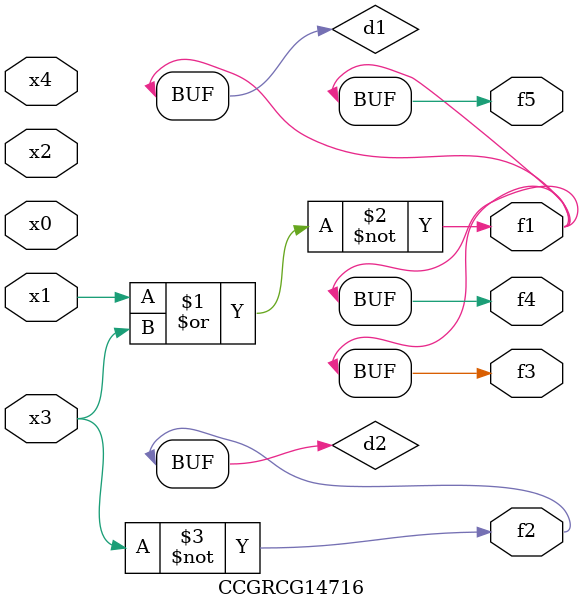
<source format=v>
module CCGRCG14716(
	input x0, x1, x2, x3, x4,
	output f1, f2, f3, f4, f5
);

	wire d1, d2;

	nor (d1, x1, x3);
	not (d2, x3);
	assign f1 = d1;
	assign f2 = d2;
	assign f3 = d1;
	assign f4 = d1;
	assign f5 = d1;
endmodule

</source>
